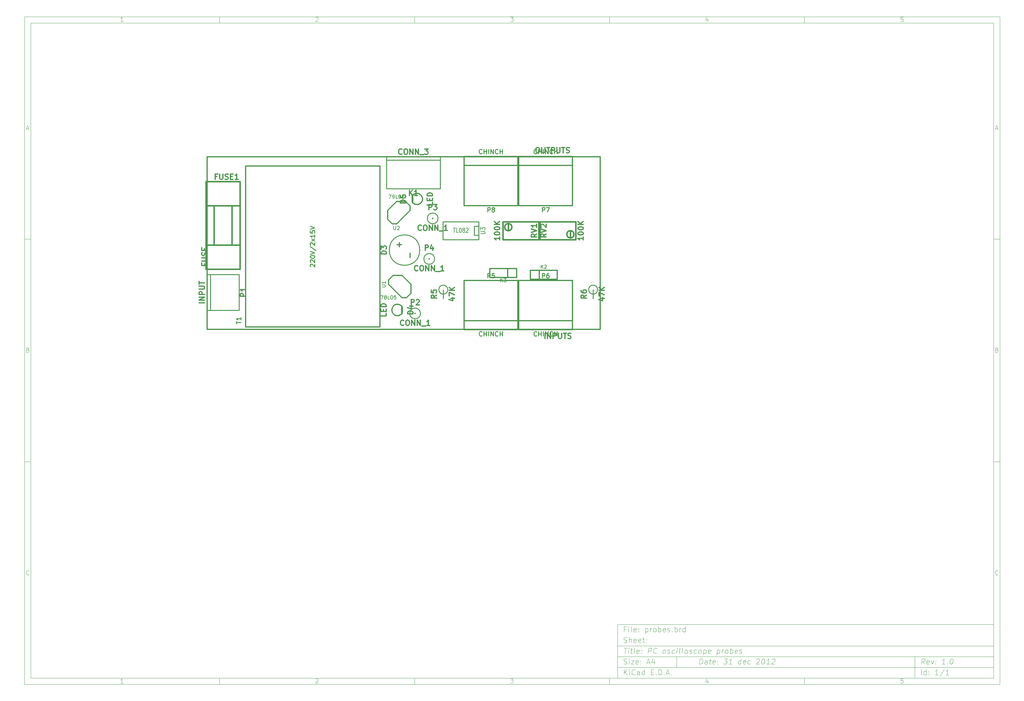
<source format=gto>
G04 (created by PCBNEW (2012-nov-02)-testing) date 31.12.2012 (пн) 11,29,38 EET*
%MOIN*%
G04 Gerber Fmt 3.4, Leading zero omitted, Abs format*
%FSLAX34Y34*%
G01*
G70*
G90*
G04 APERTURE LIST*
%ADD10C,7.87402e-06*%
%ADD11C,0.012*%
%ADD12C,0.015*%
%ADD13C,0.01*%
%ADD14C,0.008*%
G04 APERTURE END LIST*
G54D10*
X4000Y-4000D02*
X112930Y-4000D01*
X112930Y-78680D01*
X4000Y-78680D01*
X4000Y-4000D01*
X4700Y-4700D02*
X112230Y-4700D01*
X112230Y-77980D01*
X4700Y-77980D01*
X4700Y-4700D01*
X25780Y-4000D02*
X25780Y-4700D01*
X15032Y-4552D02*
X14747Y-4552D01*
X14890Y-4552D02*
X14890Y-4052D01*
X14842Y-4123D01*
X14794Y-4171D01*
X14747Y-4195D01*
X25780Y-78680D02*
X25780Y-77980D01*
X15032Y-78532D02*
X14747Y-78532D01*
X14890Y-78532D02*
X14890Y-78032D01*
X14842Y-78103D01*
X14794Y-78151D01*
X14747Y-78175D01*
X47560Y-4000D02*
X47560Y-4700D01*
X36527Y-4100D02*
X36550Y-4076D01*
X36598Y-4052D01*
X36717Y-4052D01*
X36765Y-4076D01*
X36789Y-4100D01*
X36812Y-4147D01*
X36812Y-4195D01*
X36789Y-4266D01*
X36503Y-4552D01*
X36812Y-4552D01*
X47560Y-78680D02*
X47560Y-77980D01*
X36527Y-78080D02*
X36550Y-78056D01*
X36598Y-78032D01*
X36717Y-78032D01*
X36765Y-78056D01*
X36789Y-78080D01*
X36812Y-78127D01*
X36812Y-78175D01*
X36789Y-78246D01*
X36503Y-78532D01*
X36812Y-78532D01*
X69340Y-4000D02*
X69340Y-4700D01*
X58283Y-4052D02*
X58592Y-4052D01*
X58426Y-4242D01*
X58497Y-4242D01*
X58545Y-4266D01*
X58569Y-4290D01*
X58592Y-4338D01*
X58592Y-4457D01*
X58569Y-4504D01*
X58545Y-4528D01*
X58497Y-4552D01*
X58354Y-4552D01*
X58307Y-4528D01*
X58283Y-4504D01*
X69340Y-78680D02*
X69340Y-77980D01*
X58283Y-78032D02*
X58592Y-78032D01*
X58426Y-78222D01*
X58497Y-78222D01*
X58545Y-78246D01*
X58569Y-78270D01*
X58592Y-78318D01*
X58592Y-78437D01*
X58569Y-78484D01*
X58545Y-78508D01*
X58497Y-78532D01*
X58354Y-78532D01*
X58307Y-78508D01*
X58283Y-78484D01*
X91120Y-4000D02*
X91120Y-4700D01*
X80325Y-4219D02*
X80325Y-4552D01*
X80206Y-4028D02*
X80087Y-4385D01*
X80396Y-4385D01*
X91120Y-78680D02*
X91120Y-77980D01*
X80325Y-78199D02*
X80325Y-78532D01*
X80206Y-78008D02*
X80087Y-78365D01*
X80396Y-78365D01*
X102129Y-4052D02*
X101890Y-4052D01*
X101867Y-4290D01*
X101890Y-4266D01*
X101938Y-4242D01*
X102057Y-4242D01*
X102105Y-4266D01*
X102129Y-4290D01*
X102152Y-4338D01*
X102152Y-4457D01*
X102129Y-4504D01*
X102105Y-4528D01*
X102057Y-4552D01*
X101938Y-4552D01*
X101890Y-4528D01*
X101867Y-4504D01*
X102129Y-78032D02*
X101890Y-78032D01*
X101867Y-78270D01*
X101890Y-78246D01*
X101938Y-78222D01*
X102057Y-78222D01*
X102105Y-78246D01*
X102129Y-78270D01*
X102152Y-78318D01*
X102152Y-78437D01*
X102129Y-78484D01*
X102105Y-78508D01*
X102057Y-78532D01*
X101938Y-78532D01*
X101890Y-78508D01*
X101867Y-78484D01*
X4000Y-28890D02*
X4700Y-28890D01*
X4230Y-16509D02*
X4469Y-16509D01*
X4183Y-16652D02*
X4350Y-16152D01*
X4516Y-16652D01*
X112930Y-28890D02*
X112230Y-28890D01*
X112460Y-16509D02*
X112699Y-16509D01*
X112413Y-16652D02*
X112580Y-16152D01*
X112746Y-16652D01*
X4000Y-53780D02*
X4700Y-53780D01*
X4385Y-41280D02*
X4457Y-41304D01*
X4480Y-41328D01*
X4504Y-41375D01*
X4504Y-41447D01*
X4480Y-41494D01*
X4457Y-41518D01*
X4409Y-41542D01*
X4219Y-41542D01*
X4219Y-41042D01*
X4385Y-41042D01*
X4433Y-41066D01*
X4457Y-41090D01*
X4480Y-41137D01*
X4480Y-41185D01*
X4457Y-41232D01*
X4433Y-41256D01*
X4385Y-41280D01*
X4219Y-41280D01*
X112930Y-53780D02*
X112230Y-53780D01*
X112615Y-41280D02*
X112687Y-41304D01*
X112710Y-41328D01*
X112734Y-41375D01*
X112734Y-41447D01*
X112710Y-41494D01*
X112687Y-41518D01*
X112639Y-41542D01*
X112449Y-41542D01*
X112449Y-41042D01*
X112615Y-41042D01*
X112663Y-41066D01*
X112687Y-41090D01*
X112710Y-41137D01*
X112710Y-41185D01*
X112687Y-41232D01*
X112663Y-41256D01*
X112615Y-41280D01*
X112449Y-41280D01*
X4504Y-66384D02*
X4480Y-66408D01*
X4409Y-66432D01*
X4361Y-66432D01*
X4290Y-66408D01*
X4242Y-66360D01*
X4219Y-66313D01*
X4195Y-66218D01*
X4195Y-66146D01*
X4219Y-66051D01*
X4242Y-66003D01*
X4290Y-65956D01*
X4361Y-65932D01*
X4409Y-65932D01*
X4480Y-65956D01*
X4504Y-65980D01*
X112734Y-66384D02*
X112710Y-66408D01*
X112639Y-66432D01*
X112591Y-66432D01*
X112520Y-66408D01*
X112472Y-66360D01*
X112449Y-66313D01*
X112425Y-66218D01*
X112425Y-66146D01*
X112449Y-66051D01*
X112472Y-66003D01*
X112520Y-65956D01*
X112591Y-65932D01*
X112639Y-65932D01*
X112710Y-65956D01*
X112734Y-65980D01*
X79380Y-76422D02*
X79455Y-75822D01*
X79597Y-75822D01*
X79680Y-75851D01*
X79730Y-75908D01*
X79751Y-75965D01*
X79765Y-76080D01*
X79755Y-76165D01*
X79712Y-76280D01*
X79676Y-76337D01*
X79612Y-76394D01*
X79522Y-76422D01*
X79380Y-76422D01*
X80237Y-76422D02*
X80276Y-76108D01*
X80255Y-76051D01*
X80201Y-76022D01*
X80087Y-76022D01*
X80026Y-76051D01*
X80240Y-76394D02*
X80180Y-76422D01*
X80037Y-76422D01*
X79983Y-76394D01*
X79962Y-76337D01*
X79969Y-76280D01*
X80005Y-76222D01*
X80065Y-76194D01*
X80208Y-76194D01*
X80269Y-76165D01*
X80487Y-76022D02*
X80715Y-76022D01*
X80597Y-75822D02*
X80533Y-76337D01*
X80555Y-76394D01*
X80608Y-76422D01*
X80665Y-76422D01*
X81097Y-76394D02*
X81037Y-76422D01*
X80922Y-76422D01*
X80869Y-76394D01*
X80847Y-76337D01*
X80876Y-76108D01*
X80912Y-76051D01*
X80972Y-76022D01*
X81087Y-76022D01*
X81140Y-76051D01*
X81162Y-76108D01*
X81155Y-76165D01*
X80862Y-76222D01*
X81387Y-76365D02*
X81412Y-76394D01*
X81380Y-76422D01*
X81355Y-76394D01*
X81387Y-76365D01*
X81380Y-76422D01*
X81426Y-76051D02*
X81451Y-76080D01*
X81419Y-76108D01*
X81394Y-76080D01*
X81426Y-76051D01*
X81419Y-76108D01*
X82140Y-75822D02*
X82512Y-75822D01*
X82283Y-76051D01*
X82369Y-76051D01*
X82422Y-76080D01*
X82447Y-76108D01*
X82469Y-76165D01*
X82451Y-76308D01*
X82415Y-76365D01*
X82383Y-76394D01*
X82322Y-76422D01*
X82151Y-76422D01*
X82097Y-76394D01*
X82072Y-76365D01*
X83008Y-76422D02*
X82665Y-76422D01*
X82837Y-76422D02*
X82912Y-75822D01*
X82844Y-75908D01*
X82780Y-75965D01*
X82719Y-75994D01*
X83980Y-76422D02*
X84055Y-75822D01*
X83983Y-76394D02*
X83922Y-76422D01*
X83808Y-76422D01*
X83755Y-76394D01*
X83730Y-76365D01*
X83708Y-76308D01*
X83730Y-76137D01*
X83765Y-76080D01*
X83797Y-76051D01*
X83858Y-76022D01*
X83972Y-76022D01*
X84026Y-76051D01*
X84497Y-76394D02*
X84437Y-76422D01*
X84322Y-76422D01*
X84269Y-76394D01*
X84247Y-76337D01*
X84276Y-76108D01*
X84312Y-76051D01*
X84372Y-76022D01*
X84487Y-76022D01*
X84540Y-76051D01*
X84562Y-76108D01*
X84555Y-76165D01*
X84262Y-76222D01*
X85040Y-76394D02*
X84980Y-76422D01*
X84865Y-76422D01*
X84812Y-76394D01*
X84787Y-76365D01*
X84765Y-76308D01*
X84787Y-76137D01*
X84822Y-76080D01*
X84855Y-76051D01*
X84915Y-76022D01*
X85030Y-76022D01*
X85083Y-76051D01*
X85790Y-75880D02*
X85822Y-75851D01*
X85883Y-75822D01*
X86026Y-75822D01*
X86080Y-75851D01*
X86105Y-75880D01*
X86126Y-75937D01*
X86119Y-75994D01*
X86080Y-76080D01*
X85694Y-76422D01*
X86065Y-76422D01*
X86512Y-75822D02*
X86569Y-75822D01*
X86622Y-75851D01*
X86647Y-75880D01*
X86669Y-75937D01*
X86683Y-76051D01*
X86665Y-76194D01*
X86622Y-76308D01*
X86587Y-76365D01*
X86555Y-76394D01*
X86494Y-76422D01*
X86437Y-76422D01*
X86383Y-76394D01*
X86358Y-76365D01*
X86337Y-76308D01*
X86322Y-76194D01*
X86340Y-76051D01*
X86383Y-75937D01*
X86419Y-75880D01*
X86451Y-75851D01*
X86512Y-75822D01*
X87208Y-76422D02*
X86865Y-76422D01*
X87037Y-76422D02*
X87112Y-75822D01*
X87044Y-75908D01*
X86980Y-75965D01*
X86919Y-75994D01*
X87505Y-75880D02*
X87537Y-75851D01*
X87597Y-75822D01*
X87740Y-75822D01*
X87794Y-75851D01*
X87819Y-75880D01*
X87840Y-75937D01*
X87833Y-75994D01*
X87794Y-76080D01*
X87408Y-76422D01*
X87780Y-76422D01*
X70972Y-77622D02*
X70972Y-77022D01*
X71315Y-77622D02*
X71058Y-77280D01*
X71315Y-77022D02*
X70972Y-77365D01*
X71572Y-77622D02*
X71572Y-77222D01*
X71572Y-77022D02*
X71544Y-77051D01*
X71572Y-77080D01*
X71601Y-77051D01*
X71572Y-77022D01*
X71572Y-77080D01*
X72201Y-77565D02*
X72172Y-77594D01*
X72087Y-77622D01*
X72030Y-77622D01*
X71944Y-77594D01*
X71887Y-77537D01*
X71858Y-77480D01*
X71830Y-77365D01*
X71830Y-77280D01*
X71858Y-77165D01*
X71887Y-77108D01*
X71944Y-77051D01*
X72030Y-77022D01*
X72087Y-77022D01*
X72172Y-77051D01*
X72201Y-77080D01*
X72715Y-77622D02*
X72715Y-77308D01*
X72687Y-77251D01*
X72630Y-77222D01*
X72515Y-77222D01*
X72458Y-77251D01*
X72715Y-77594D02*
X72658Y-77622D01*
X72515Y-77622D01*
X72458Y-77594D01*
X72430Y-77537D01*
X72430Y-77480D01*
X72458Y-77422D01*
X72515Y-77394D01*
X72658Y-77394D01*
X72715Y-77365D01*
X73258Y-77622D02*
X73258Y-77022D01*
X73258Y-77594D02*
X73201Y-77622D01*
X73087Y-77622D01*
X73030Y-77594D01*
X73001Y-77565D01*
X72972Y-77508D01*
X72972Y-77337D01*
X73001Y-77280D01*
X73030Y-77251D01*
X73087Y-77222D01*
X73201Y-77222D01*
X73258Y-77251D01*
X74001Y-77308D02*
X74201Y-77308D01*
X74287Y-77622D02*
X74001Y-77622D01*
X74001Y-77022D01*
X74287Y-77022D01*
X74544Y-77565D02*
X74572Y-77594D01*
X74544Y-77622D01*
X74515Y-77594D01*
X74544Y-77565D01*
X74544Y-77622D01*
X74829Y-77622D02*
X74829Y-77022D01*
X74972Y-77022D01*
X75058Y-77051D01*
X75115Y-77108D01*
X75144Y-77165D01*
X75172Y-77280D01*
X75172Y-77365D01*
X75144Y-77480D01*
X75115Y-77537D01*
X75058Y-77594D01*
X74972Y-77622D01*
X74829Y-77622D01*
X75429Y-77565D02*
X75458Y-77594D01*
X75429Y-77622D01*
X75401Y-77594D01*
X75429Y-77565D01*
X75429Y-77622D01*
X75687Y-77451D02*
X75972Y-77451D01*
X75629Y-77622D02*
X75829Y-77022D01*
X76029Y-77622D01*
X76229Y-77565D02*
X76258Y-77594D01*
X76229Y-77622D01*
X76201Y-77594D01*
X76229Y-77565D01*
X76229Y-77622D01*
X104522Y-76422D02*
X104358Y-76137D01*
X104180Y-76422D02*
X104255Y-75822D01*
X104483Y-75822D01*
X104537Y-75851D01*
X104562Y-75880D01*
X104583Y-75937D01*
X104572Y-76022D01*
X104537Y-76080D01*
X104505Y-76108D01*
X104444Y-76137D01*
X104215Y-76137D01*
X105012Y-76394D02*
X104951Y-76422D01*
X104837Y-76422D01*
X104783Y-76394D01*
X104762Y-76337D01*
X104790Y-76108D01*
X104826Y-76051D01*
X104887Y-76022D01*
X105001Y-76022D01*
X105055Y-76051D01*
X105076Y-76108D01*
X105069Y-76165D01*
X104776Y-76222D01*
X105287Y-76022D02*
X105380Y-76422D01*
X105572Y-76022D01*
X105758Y-76365D02*
X105783Y-76394D01*
X105751Y-76422D01*
X105726Y-76394D01*
X105758Y-76365D01*
X105751Y-76422D01*
X105797Y-76051D02*
X105822Y-76080D01*
X105790Y-76108D01*
X105765Y-76080D01*
X105797Y-76051D01*
X105790Y-76108D01*
X106808Y-76422D02*
X106465Y-76422D01*
X106637Y-76422D02*
X106712Y-75822D01*
X106644Y-75908D01*
X106580Y-75965D01*
X106519Y-75994D01*
X107072Y-76365D02*
X107097Y-76394D01*
X107065Y-76422D01*
X107040Y-76394D01*
X107072Y-76365D01*
X107065Y-76422D01*
X107540Y-75822D02*
X107597Y-75822D01*
X107651Y-75851D01*
X107676Y-75880D01*
X107697Y-75937D01*
X107712Y-76051D01*
X107694Y-76194D01*
X107651Y-76308D01*
X107615Y-76365D01*
X107583Y-76394D01*
X107522Y-76422D01*
X107465Y-76422D01*
X107412Y-76394D01*
X107387Y-76365D01*
X107365Y-76308D01*
X107351Y-76194D01*
X107369Y-76051D01*
X107412Y-75937D01*
X107447Y-75880D01*
X107480Y-75851D01*
X107540Y-75822D01*
X70944Y-76394D02*
X71030Y-76422D01*
X71172Y-76422D01*
X71230Y-76394D01*
X71258Y-76365D01*
X71287Y-76308D01*
X71287Y-76251D01*
X71258Y-76194D01*
X71230Y-76165D01*
X71172Y-76137D01*
X71058Y-76108D01*
X71001Y-76080D01*
X70972Y-76051D01*
X70944Y-75994D01*
X70944Y-75937D01*
X70972Y-75880D01*
X71001Y-75851D01*
X71058Y-75822D01*
X71201Y-75822D01*
X71287Y-75851D01*
X71544Y-76422D02*
X71544Y-76022D01*
X71544Y-75822D02*
X71515Y-75851D01*
X71544Y-75880D01*
X71572Y-75851D01*
X71544Y-75822D01*
X71544Y-75880D01*
X71772Y-76022D02*
X72087Y-76022D01*
X71772Y-76422D01*
X72087Y-76422D01*
X72544Y-76394D02*
X72487Y-76422D01*
X72372Y-76422D01*
X72315Y-76394D01*
X72287Y-76337D01*
X72287Y-76108D01*
X72315Y-76051D01*
X72372Y-76022D01*
X72487Y-76022D01*
X72544Y-76051D01*
X72572Y-76108D01*
X72572Y-76165D01*
X72287Y-76222D01*
X72830Y-76365D02*
X72858Y-76394D01*
X72830Y-76422D01*
X72801Y-76394D01*
X72830Y-76365D01*
X72830Y-76422D01*
X72830Y-76051D02*
X72858Y-76080D01*
X72830Y-76108D01*
X72801Y-76080D01*
X72830Y-76051D01*
X72830Y-76108D01*
X73544Y-76251D02*
X73830Y-76251D01*
X73487Y-76422D02*
X73687Y-75822D01*
X73887Y-76422D01*
X74344Y-76022D02*
X74344Y-76422D01*
X74201Y-75794D02*
X74058Y-76222D01*
X74430Y-76222D01*
X104172Y-77622D02*
X104172Y-77022D01*
X104715Y-77622D02*
X104715Y-77022D01*
X104715Y-77594D02*
X104658Y-77622D01*
X104544Y-77622D01*
X104487Y-77594D01*
X104458Y-77565D01*
X104430Y-77508D01*
X104430Y-77337D01*
X104458Y-77280D01*
X104487Y-77251D01*
X104544Y-77222D01*
X104658Y-77222D01*
X104715Y-77251D01*
X105001Y-77565D02*
X105030Y-77594D01*
X105001Y-77622D01*
X104972Y-77594D01*
X105001Y-77565D01*
X105001Y-77622D01*
X105001Y-77251D02*
X105030Y-77280D01*
X105001Y-77308D01*
X104972Y-77280D01*
X105001Y-77251D01*
X105001Y-77308D01*
X106058Y-77622D02*
X105715Y-77622D01*
X105887Y-77622D02*
X105887Y-77022D01*
X105829Y-77108D01*
X105772Y-77165D01*
X105715Y-77194D01*
X106744Y-76994D02*
X106230Y-77765D01*
X107258Y-77622D02*
X106915Y-77622D01*
X107087Y-77622D02*
X107087Y-77022D01*
X107029Y-77108D01*
X106972Y-77165D01*
X106915Y-77194D01*
X70969Y-74622D02*
X71312Y-74622D01*
X71065Y-75222D02*
X71140Y-74622D01*
X71437Y-75222D02*
X71487Y-74822D01*
X71512Y-74622D02*
X71480Y-74651D01*
X71505Y-74680D01*
X71537Y-74651D01*
X71512Y-74622D01*
X71505Y-74680D01*
X71687Y-74822D02*
X71915Y-74822D01*
X71797Y-74622D02*
X71733Y-75137D01*
X71755Y-75194D01*
X71808Y-75222D01*
X71865Y-75222D01*
X72151Y-75222D02*
X72097Y-75194D01*
X72076Y-75137D01*
X72140Y-74622D01*
X72612Y-75194D02*
X72551Y-75222D01*
X72437Y-75222D01*
X72383Y-75194D01*
X72362Y-75137D01*
X72390Y-74908D01*
X72426Y-74851D01*
X72487Y-74822D01*
X72601Y-74822D01*
X72655Y-74851D01*
X72676Y-74908D01*
X72669Y-74965D01*
X72376Y-75022D01*
X72901Y-75165D02*
X72926Y-75194D01*
X72894Y-75222D01*
X72869Y-75194D01*
X72901Y-75165D01*
X72894Y-75222D01*
X72940Y-74851D02*
X72965Y-74880D01*
X72933Y-74908D01*
X72908Y-74880D01*
X72940Y-74851D01*
X72933Y-74908D01*
X73637Y-75222D02*
X73712Y-74622D01*
X73940Y-74622D01*
X73994Y-74651D01*
X74019Y-74680D01*
X74040Y-74737D01*
X74030Y-74822D01*
X73994Y-74880D01*
X73962Y-74908D01*
X73901Y-74937D01*
X73672Y-74937D01*
X74587Y-75165D02*
X74555Y-75194D01*
X74465Y-75222D01*
X74408Y-75222D01*
X74326Y-75194D01*
X74276Y-75137D01*
X74255Y-75080D01*
X74240Y-74965D01*
X74251Y-74880D01*
X74294Y-74765D01*
X74330Y-74708D01*
X74394Y-74651D01*
X74483Y-74622D01*
X74540Y-74622D01*
X74622Y-74651D01*
X74647Y-74680D01*
X75380Y-75222D02*
X75326Y-75194D01*
X75301Y-75165D01*
X75280Y-75108D01*
X75301Y-74937D01*
X75337Y-74880D01*
X75369Y-74851D01*
X75430Y-74822D01*
X75515Y-74822D01*
X75569Y-74851D01*
X75594Y-74880D01*
X75615Y-74937D01*
X75594Y-75108D01*
X75558Y-75165D01*
X75526Y-75194D01*
X75465Y-75222D01*
X75380Y-75222D01*
X75812Y-75194D02*
X75865Y-75222D01*
X75980Y-75222D01*
X76040Y-75194D01*
X76076Y-75137D01*
X76080Y-75108D01*
X76058Y-75051D01*
X76005Y-75022D01*
X75919Y-75022D01*
X75865Y-74994D01*
X75844Y-74937D01*
X75847Y-74908D01*
X75883Y-74851D01*
X75944Y-74822D01*
X76030Y-74822D01*
X76083Y-74851D01*
X76583Y-75194D02*
X76522Y-75222D01*
X76408Y-75222D01*
X76355Y-75194D01*
X76330Y-75165D01*
X76308Y-75108D01*
X76330Y-74937D01*
X76365Y-74880D01*
X76397Y-74851D01*
X76458Y-74822D01*
X76572Y-74822D01*
X76626Y-74851D01*
X76837Y-75222D02*
X76887Y-74822D01*
X76912Y-74622D02*
X76880Y-74651D01*
X76905Y-74680D01*
X76937Y-74651D01*
X76912Y-74622D01*
X76905Y-74680D01*
X77208Y-75222D02*
X77155Y-75194D01*
X77133Y-75137D01*
X77197Y-74622D01*
X77522Y-75222D02*
X77469Y-75194D01*
X77447Y-75137D01*
X77512Y-74622D01*
X77837Y-75222D02*
X77783Y-75194D01*
X77758Y-75165D01*
X77737Y-75108D01*
X77758Y-74937D01*
X77794Y-74880D01*
X77826Y-74851D01*
X77887Y-74822D01*
X77972Y-74822D01*
X78026Y-74851D01*
X78051Y-74880D01*
X78072Y-74937D01*
X78051Y-75108D01*
X78015Y-75165D01*
X77983Y-75194D01*
X77922Y-75222D01*
X77837Y-75222D01*
X78269Y-75194D02*
X78322Y-75222D01*
X78437Y-75222D01*
X78497Y-75194D01*
X78533Y-75137D01*
X78537Y-75108D01*
X78515Y-75051D01*
X78462Y-75022D01*
X78376Y-75022D01*
X78322Y-74994D01*
X78301Y-74937D01*
X78305Y-74908D01*
X78340Y-74851D01*
X78401Y-74822D01*
X78487Y-74822D01*
X78540Y-74851D01*
X79040Y-75194D02*
X78980Y-75222D01*
X78865Y-75222D01*
X78812Y-75194D01*
X78787Y-75165D01*
X78765Y-75108D01*
X78787Y-74937D01*
X78822Y-74880D01*
X78855Y-74851D01*
X78915Y-74822D01*
X79030Y-74822D01*
X79083Y-74851D01*
X79380Y-75222D02*
X79326Y-75194D01*
X79301Y-75165D01*
X79280Y-75108D01*
X79301Y-74937D01*
X79337Y-74880D01*
X79369Y-74851D01*
X79430Y-74822D01*
X79515Y-74822D01*
X79569Y-74851D01*
X79594Y-74880D01*
X79615Y-74937D01*
X79594Y-75108D01*
X79558Y-75165D01*
X79526Y-75194D01*
X79465Y-75222D01*
X79380Y-75222D01*
X79887Y-74822D02*
X79812Y-75422D01*
X79883Y-74851D02*
X79944Y-74822D01*
X80058Y-74822D01*
X80112Y-74851D01*
X80137Y-74880D01*
X80158Y-74937D01*
X80137Y-75108D01*
X80101Y-75165D01*
X80069Y-75194D01*
X80008Y-75222D01*
X79894Y-75222D01*
X79840Y-75194D01*
X80612Y-75194D02*
X80551Y-75222D01*
X80437Y-75222D01*
X80383Y-75194D01*
X80362Y-75137D01*
X80390Y-74908D01*
X80426Y-74851D01*
X80487Y-74822D01*
X80601Y-74822D01*
X80655Y-74851D01*
X80676Y-74908D01*
X80669Y-74965D01*
X80376Y-75022D01*
X81401Y-74822D02*
X81326Y-75422D01*
X81397Y-74851D02*
X81458Y-74822D01*
X81572Y-74822D01*
X81626Y-74851D01*
X81651Y-74880D01*
X81672Y-74937D01*
X81651Y-75108D01*
X81615Y-75165D01*
X81583Y-75194D01*
X81522Y-75222D01*
X81408Y-75222D01*
X81355Y-75194D01*
X81894Y-75222D02*
X81944Y-74822D01*
X81930Y-74937D02*
X81965Y-74880D01*
X81997Y-74851D01*
X82058Y-74822D01*
X82115Y-74822D01*
X82351Y-75222D02*
X82297Y-75194D01*
X82272Y-75165D01*
X82251Y-75108D01*
X82272Y-74937D01*
X82308Y-74880D01*
X82340Y-74851D01*
X82401Y-74822D01*
X82487Y-74822D01*
X82540Y-74851D01*
X82565Y-74880D01*
X82587Y-74937D01*
X82565Y-75108D01*
X82530Y-75165D01*
X82497Y-75194D01*
X82437Y-75222D01*
X82351Y-75222D01*
X82808Y-75222D02*
X82883Y-74622D01*
X82855Y-74851D02*
X82915Y-74822D01*
X83030Y-74822D01*
X83083Y-74851D01*
X83108Y-74880D01*
X83130Y-74937D01*
X83108Y-75108D01*
X83072Y-75165D01*
X83040Y-75194D01*
X82980Y-75222D01*
X82865Y-75222D01*
X82812Y-75194D01*
X83583Y-75194D02*
X83522Y-75222D01*
X83408Y-75222D01*
X83355Y-75194D01*
X83333Y-75137D01*
X83362Y-74908D01*
X83397Y-74851D01*
X83458Y-74822D01*
X83572Y-74822D01*
X83626Y-74851D01*
X83647Y-74908D01*
X83640Y-74965D01*
X83347Y-75022D01*
X83840Y-75194D02*
X83894Y-75222D01*
X84008Y-75222D01*
X84069Y-75194D01*
X84105Y-75137D01*
X84108Y-75108D01*
X84087Y-75051D01*
X84033Y-75022D01*
X83947Y-75022D01*
X83894Y-74994D01*
X83872Y-74937D01*
X83876Y-74908D01*
X83912Y-74851D01*
X83972Y-74822D01*
X84058Y-74822D01*
X84112Y-74851D01*
X71172Y-72508D02*
X70972Y-72508D01*
X70972Y-72822D02*
X70972Y-72222D01*
X71258Y-72222D01*
X71487Y-72822D02*
X71487Y-72422D01*
X71487Y-72222D02*
X71458Y-72251D01*
X71487Y-72280D01*
X71515Y-72251D01*
X71487Y-72222D01*
X71487Y-72280D01*
X71858Y-72822D02*
X71801Y-72794D01*
X71772Y-72737D01*
X71772Y-72222D01*
X72315Y-72794D02*
X72258Y-72822D01*
X72144Y-72822D01*
X72087Y-72794D01*
X72058Y-72737D01*
X72058Y-72508D01*
X72087Y-72451D01*
X72144Y-72422D01*
X72258Y-72422D01*
X72315Y-72451D01*
X72344Y-72508D01*
X72344Y-72565D01*
X72058Y-72622D01*
X72601Y-72765D02*
X72630Y-72794D01*
X72601Y-72822D01*
X72572Y-72794D01*
X72601Y-72765D01*
X72601Y-72822D01*
X72601Y-72451D02*
X72630Y-72480D01*
X72601Y-72508D01*
X72572Y-72480D01*
X72601Y-72451D01*
X72601Y-72508D01*
X73344Y-72422D02*
X73344Y-73022D01*
X73344Y-72451D02*
X73401Y-72422D01*
X73515Y-72422D01*
X73572Y-72451D01*
X73601Y-72480D01*
X73630Y-72537D01*
X73630Y-72708D01*
X73601Y-72765D01*
X73572Y-72794D01*
X73515Y-72822D01*
X73401Y-72822D01*
X73344Y-72794D01*
X73887Y-72822D02*
X73887Y-72422D01*
X73887Y-72537D02*
X73915Y-72480D01*
X73944Y-72451D01*
X74001Y-72422D01*
X74058Y-72422D01*
X74344Y-72822D02*
X74287Y-72794D01*
X74258Y-72765D01*
X74230Y-72708D01*
X74230Y-72537D01*
X74258Y-72480D01*
X74287Y-72451D01*
X74344Y-72422D01*
X74430Y-72422D01*
X74487Y-72451D01*
X74515Y-72480D01*
X74544Y-72537D01*
X74544Y-72708D01*
X74515Y-72765D01*
X74487Y-72794D01*
X74430Y-72822D01*
X74344Y-72822D01*
X74801Y-72822D02*
X74801Y-72222D01*
X74801Y-72451D02*
X74858Y-72422D01*
X74972Y-72422D01*
X75030Y-72451D01*
X75058Y-72480D01*
X75087Y-72537D01*
X75087Y-72708D01*
X75058Y-72765D01*
X75030Y-72794D01*
X74972Y-72822D01*
X74858Y-72822D01*
X74801Y-72794D01*
X75572Y-72794D02*
X75515Y-72822D01*
X75401Y-72822D01*
X75344Y-72794D01*
X75315Y-72737D01*
X75315Y-72508D01*
X75344Y-72451D01*
X75401Y-72422D01*
X75515Y-72422D01*
X75572Y-72451D01*
X75601Y-72508D01*
X75601Y-72565D01*
X75315Y-72622D01*
X75830Y-72794D02*
X75887Y-72822D01*
X76001Y-72822D01*
X76058Y-72794D01*
X76087Y-72737D01*
X76087Y-72708D01*
X76058Y-72651D01*
X76001Y-72622D01*
X75915Y-72622D01*
X75858Y-72594D01*
X75830Y-72537D01*
X75830Y-72508D01*
X75858Y-72451D01*
X75915Y-72422D01*
X76001Y-72422D01*
X76058Y-72451D01*
X76344Y-72765D02*
X76372Y-72794D01*
X76344Y-72822D01*
X76315Y-72794D01*
X76344Y-72765D01*
X76344Y-72822D01*
X76630Y-72822D02*
X76630Y-72222D01*
X76630Y-72451D02*
X76687Y-72422D01*
X76801Y-72422D01*
X76858Y-72451D01*
X76887Y-72480D01*
X76915Y-72537D01*
X76915Y-72708D01*
X76887Y-72765D01*
X76858Y-72794D01*
X76801Y-72822D01*
X76687Y-72822D01*
X76630Y-72794D01*
X77172Y-72822D02*
X77172Y-72422D01*
X77172Y-72537D02*
X77201Y-72480D01*
X77230Y-72451D01*
X77287Y-72422D01*
X77344Y-72422D01*
X77801Y-72822D02*
X77801Y-72222D01*
X77801Y-72794D02*
X77744Y-72822D01*
X77630Y-72822D01*
X77572Y-72794D01*
X77544Y-72765D01*
X77515Y-72708D01*
X77515Y-72537D01*
X77544Y-72480D01*
X77572Y-72451D01*
X77630Y-72422D01*
X77744Y-72422D01*
X77801Y-72451D01*
X70944Y-73994D02*
X71030Y-74022D01*
X71172Y-74022D01*
X71230Y-73994D01*
X71258Y-73965D01*
X71287Y-73908D01*
X71287Y-73851D01*
X71258Y-73794D01*
X71230Y-73765D01*
X71172Y-73737D01*
X71058Y-73708D01*
X71001Y-73680D01*
X70972Y-73651D01*
X70944Y-73594D01*
X70944Y-73537D01*
X70972Y-73480D01*
X71001Y-73451D01*
X71058Y-73422D01*
X71201Y-73422D01*
X71287Y-73451D01*
X71544Y-74022D02*
X71544Y-73422D01*
X71801Y-74022D02*
X71801Y-73708D01*
X71772Y-73651D01*
X71715Y-73622D01*
X71630Y-73622D01*
X71572Y-73651D01*
X71544Y-73680D01*
X72315Y-73994D02*
X72258Y-74022D01*
X72144Y-74022D01*
X72087Y-73994D01*
X72058Y-73937D01*
X72058Y-73708D01*
X72087Y-73651D01*
X72144Y-73622D01*
X72258Y-73622D01*
X72315Y-73651D01*
X72344Y-73708D01*
X72344Y-73765D01*
X72058Y-73822D01*
X72830Y-73994D02*
X72772Y-74022D01*
X72658Y-74022D01*
X72601Y-73994D01*
X72572Y-73937D01*
X72572Y-73708D01*
X72601Y-73651D01*
X72658Y-73622D01*
X72772Y-73622D01*
X72830Y-73651D01*
X72858Y-73708D01*
X72858Y-73765D01*
X72572Y-73822D01*
X73030Y-73622D02*
X73258Y-73622D01*
X73115Y-73422D02*
X73115Y-73937D01*
X73144Y-73994D01*
X73201Y-74022D01*
X73258Y-74022D01*
X73458Y-73965D02*
X73487Y-73994D01*
X73458Y-74022D01*
X73430Y-73994D01*
X73458Y-73965D01*
X73458Y-74022D01*
X73458Y-73651D02*
X73487Y-73680D01*
X73458Y-73708D01*
X73430Y-73680D01*
X73458Y-73651D01*
X73458Y-73708D01*
X70230Y-71980D02*
X70230Y-77980D01*
X70230Y-71980D02*
X112230Y-71980D01*
X70230Y-71980D02*
X112230Y-71980D01*
X70230Y-74380D02*
X112230Y-74380D01*
X103430Y-75580D02*
X103430Y-77980D01*
X70230Y-76780D02*
X112230Y-76780D01*
X70230Y-75580D02*
X112230Y-75580D01*
X76830Y-75580D02*
X76830Y-76780D01*
G54D11*
X68307Y-19685D02*
X68307Y-38976D01*
X24409Y-19685D02*
X68307Y-19685D01*
X24409Y-20078D02*
X24409Y-19685D01*
X24409Y-20669D02*
X24409Y-20078D01*
X24409Y-38976D02*
X24409Y-20669D01*
X68307Y-38976D02*
X24409Y-38976D01*
X61271Y-18642D02*
X61385Y-18642D01*
X61442Y-18671D01*
X61500Y-18728D01*
X61528Y-18842D01*
X61528Y-19042D01*
X61500Y-19157D01*
X61442Y-19214D01*
X61385Y-19242D01*
X61271Y-19242D01*
X61214Y-19214D01*
X61157Y-19157D01*
X61128Y-19042D01*
X61128Y-18842D01*
X61157Y-18728D01*
X61214Y-18671D01*
X61271Y-18642D01*
X61785Y-18642D02*
X61785Y-19128D01*
X61814Y-19185D01*
X61842Y-19214D01*
X61900Y-19242D01*
X62014Y-19242D01*
X62071Y-19214D01*
X62100Y-19185D01*
X62128Y-19128D01*
X62128Y-18642D01*
X62328Y-18642D02*
X62671Y-18642D01*
X62499Y-19242D02*
X62499Y-18642D01*
X62871Y-19242D02*
X62871Y-18642D01*
X63100Y-18642D01*
X63157Y-18671D01*
X63185Y-18700D01*
X63214Y-18757D01*
X63214Y-18842D01*
X63185Y-18900D01*
X63157Y-18928D01*
X63100Y-18957D01*
X62871Y-18957D01*
X63471Y-18642D02*
X63471Y-19128D01*
X63500Y-19185D01*
X63528Y-19214D01*
X63585Y-19242D01*
X63700Y-19242D01*
X63757Y-19214D01*
X63785Y-19185D01*
X63814Y-19128D01*
X63814Y-18642D01*
X64014Y-18642D02*
X64357Y-18642D01*
X64185Y-19242D02*
X64185Y-18642D01*
X64528Y-19214D02*
X64614Y-19242D01*
X64757Y-19242D01*
X64814Y-19214D01*
X64842Y-19185D01*
X64871Y-19128D01*
X64871Y-19071D01*
X64842Y-19014D01*
X64814Y-18985D01*
X64757Y-18957D01*
X64642Y-18928D01*
X64585Y-18900D01*
X64557Y-18871D01*
X64528Y-18814D01*
X64528Y-18757D01*
X64557Y-18700D01*
X64585Y-18671D01*
X64642Y-18642D01*
X64785Y-18642D01*
X64871Y-18671D01*
X62139Y-40006D02*
X62139Y-39406D01*
X62425Y-40006D02*
X62425Y-39406D01*
X62768Y-40006D01*
X62768Y-39406D01*
X63054Y-40006D02*
X63054Y-39406D01*
X63282Y-39406D01*
X63339Y-39435D01*
X63368Y-39463D01*
X63396Y-39520D01*
X63396Y-39606D01*
X63368Y-39663D01*
X63339Y-39692D01*
X63282Y-39720D01*
X63054Y-39720D01*
X63654Y-39406D02*
X63654Y-39892D01*
X63682Y-39949D01*
X63711Y-39978D01*
X63768Y-40006D01*
X63882Y-40006D01*
X63939Y-39978D01*
X63968Y-39949D01*
X63996Y-39892D01*
X63996Y-39406D01*
X64196Y-39406D02*
X64539Y-39406D01*
X64368Y-40006D02*
X64368Y-39406D01*
X64711Y-39978D02*
X64796Y-40006D01*
X64939Y-40006D01*
X64996Y-39978D01*
X65025Y-39949D01*
X65054Y-39892D01*
X65054Y-39835D01*
X65025Y-39778D01*
X64996Y-39749D01*
X64939Y-39720D01*
X64825Y-39692D01*
X64768Y-39663D01*
X64739Y-39635D01*
X64711Y-39578D01*
X64711Y-39520D01*
X64739Y-39463D01*
X64768Y-39435D01*
X64825Y-39406D01*
X64968Y-39406D01*
X65054Y-39435D01*
G54D12*
X65582Y-28952D02*
X61582Y-28952D01*
X61582Y-28952D02*
X61582Y-26952D01*
X61582Y-26952D02*
X65582Y-26952D01*
X64982Y-27952D02*
X64982Y-28752D01*
X65382Y-28352D02*
G75*
G03X65382Y-28352I-400J0D01*
G74*
G01*
X65582Y-28952D02*
X65582Y-26952D01*
X57448Y-26952D02*
X61448Y-26952D01*
X61448Y-26952D02*
X61448Y-28952D01*
X61448Y-28952D02*
X57448Y-28952D01*
X58048Y-27952D02*
X58048Y-27152D01*
X58448Y-27552D02*
G75*
G03X58448Y-27552I-400J0D01*
G74*
G01*
X57448Y-26952D02*
X57448Y-28952D01*
G54D11*
X43720Y-29724D02*
X43720Y-20724D01*
X43720Y-20724D02*
X28720Y-20724D01*
X28720Y-20724D02*
X28720Y-38724D01*
X28720Y-38724D02*
X43720Y-38724D01*
X43720Y-38724D02*
X43720Y-29724D01*
X45562Y-27181D02*
X47062Y-25681D01*
X47062Y-25681D02*
X47062Y-25181D01*
X47062Y-25181D02*
X46562Y-24681D01*
X46562Y-24681D02*
X45562Y-24681D01*
X45562Y-24681D02*
X44562Y-25681D01*
X44562Y-25681D02*
X44562Y-26681D01*
X44562Y-26681D02*
X45062Y-27181D01*
X45062Y-27181D02*
X45562Y-27181D01*
X44669Y-33948D02*
X46169Y-35448D01*
X46169Y-35448D02*
X46669Y-35448D01*
X46669Y-35448D02*
X47169Y-34948D01*
X47169Y-34948D02*
X47169Y-33948D01*
X47169Y-33948D02*
X46169Y-32948D01*
X46169Y-32948D02*
X45169Y-32948D01*
X45169Y-32948D02*
X44669Y-33448D01*
X44669Y-33448D02*
X44669Y-33948D01*
G54D13*
X49262Y-31102D02*
G75*
G03X49262Y-31102I-50J0D01*
G74*
G01*
X49812Y-31102D02*
G75*
G03X49812Y-31102I-600J0D01*
G74*
G01*
X49656Y-26574D02*
G75*
G03X49656Y-26574I-50J0D01*
G74*
G01*
X50206Y-26574D02*
G75*
G03X50206Y-26574I-600J0D01*
G74*
G01*
X47687Y-37204D02*
G75*
G03X47687Y-37204I-50J0D01*
G74*
G01*
X48237Y-37204D02*
G75*
G03X48237Y-37204I-600J0D01*
G74*
G01*
G54D11*
X59204Y-39023D02*
X65204Y-39023D01*
X59204Y-33523D02*
X65204Y-33523D01*
X59204Y-38023D02*
X65204Y-38023D01*
X59204Y-33523D02*
X59204Y-39023D01*
X65204Y-33523D02*
X65204Y-39023D01*
X53102Y-39023D02*
X59102Y-39023D01*
X53102Y-33523D02*
X59102Y-33523D01*
X53102Y-38023D02*
X59102Y-38023D01*
X53102Y-33523D02*
X53102Y-39023D01*
X59102Y-33523D02*
X59102Y-39023D01*
X65204Y-19637D02*
X59204Y-19637D01*
X65204Y-25137D02*
X59204Y-25137D01*
X65204Y-20637D02*
X59204Y-20637D01*
X65204Y-25137D02*
X65204Y-19637D01*
X59204Y-25137D02*
X59204Y-19637D01*
X59102Y-19637D02*
X53102Y-19637D01*
X59102Y-25137D02*
X53102Y-25137D01*
X59102Y-20637D02*
X53102Y-20637D01*
X59102Y-25137D02*
X59102Y-19637D01*
X53102Y-25137D02*
X53102Y-19637D01*
G54D13*
X50787Y-34539D02*
X50787Y-35539D01*
X51287Y-34539D02*
G75*
G03X51287Y-34539I-500J0D01*
G74*
G01*
X67519Y-34539D02*
X67519Y-35539D01*
X68019Y-34539D02*
G75*
G03X68019Y-34539I-500J0D01*
G74*
G01*
G54D11*
X57980Y-32177D02*
X57980Y-33177D01*
X58980Y-33177D02*
X55980Y-33177D01*
X55980Y-33177D02*
X55980Y-32177D01*
X55980Y-32177D02*
X58980Y-32177D01*
X58980Y-32177D02*
X58980Y-33177D01*
X61507Y-33374D02*
X61507Y-32374D01*
X60507Y-32374D02*
X63507Y-32374D01*
X63507Y-32374D02*
X63507Y-33374D01*
X63507Y-33374D02*
X60507Y-33374D01*
X60507Y-33374D02*
X60507Y-32374D01*
G54D13*
X50440Y-19656D02*
X50440Y-20056D01*
X50440Y-20056D02*
X44440Y-20056D01*
X44440Y-20056D02*
X44440Y-19656D01*
X44440Y-19656D02*
X50440Y-19656D01*
X50440Y-23256D02*
X50440Y-22956D01*
X50440Y-23256D02*
X44440Y-23256D01*
X44440Y-23256D02*
X44440Y-22956D01*
X50440Y-19956D02*
X50440Y-22956D01*
X44440Y-19956D02*
X44440Y-22956D01*
X27681Y-36842D02*
X27981Y-36842D01*
X27981Y-36842D02*
X27981Y-32842D01*
X27981Y-32842D02*
X27681Y-32842D01*
X24381Y-36842D02*
X24381Y-32842D01*
X24381Y-32842D02*
X24781Y-32842D01*
X24781Y-32842D02*
X24781Y-36842D01*
X24781Y-36842D02*
X24381Y-36842D01*
X24681Y-36842D02*
X27681Y-36842D01*
X27681Y-32842D02*
X24681Y-32842D01*
G54D11*
X47374Y-24819D02*
X47374Y-23969D01*
X47304Y-24059D02*
X47294Y-24069D01*
X47404Y-23939D02*
X47304Y-24059D01*
X47564Y-23829D02*
X47404Y-23939D01*
X47734Y-23779D02*
X47564Y-23829D01*
X47974Y-23779D02*
X47734Y-23779D01*
X48154Y-23849D02*
X47974Y-23779D01*
X48324Y-23999D02*
X48154Y-23849D01*
X48434Y-24199D02*
X48324Y-23999D01*
X48464Y-24399D02*
X48434Y-24199D01*
X48464Y-24409D02*
X48434Y-24609D01*
X48434Y-24609D02*
X48324Y-24809D01*
X48324Y-24809D02*
X48154Y-24959D01*
X48154Y-24959D02*
X47974Y-25029D01*
X47974Y-25029D02*
X47734Y-25029D01*
X47734Y-25029D02*
X47564Y-24979D01*
X47564Y-24979D02*
X47404Y-24869D01*
X47404Y-24869D02*
X47304Y-24749D01*
X47304Y-24749D02*
X47294Y-24739D01*
X47294Y-24739D02*
X47294Y-24089D01*
X46129Y-36401D02*
X46129Y-37251D01*
X46199Y-37161D02*
X46209Y-37151D01*
X46099Y-37281D02*
X46199Y-37161D01*
X45939Y-37391D02*
X46099Y-37281D01*
X45769Y-37441D02*
X45939Y-37391D01*
X45529Y-37441D02*
X45769Y-37441D01*
X45349Y-37371D02*
X45529Y-37441D01*
X45179Y-37221D02*
X45349Y-37371D01*
X45069Y-37021D02*
X45179Y-37221D01*
X45039Y-36821D02*
X45069Y-37021D01*
X45039Y-36811D02*
X45069Y-36611D01*
X45069Y-36611D02*
X45179Y-36411D01*
X45179Y-36411D02*
X45349Y-36261D01*
X45349Y-36261D02*
X45529Y-36191D01*
X45529Y-36191D02*
X45769Y-36191D01*
X45769Y-36191D02*
X45939Y-36241D01*
X45939Y-36241D02*
X46099Y-36351D01*
X46099Y-36351D02*
X46199Y-36471D01*
X46199Y-36471D02*
X46209Y-36481D01*
X46209Y-36481D02*
X46209Y-37131D01*
G54D12*
X25181Y-25162D02*
X25181Y-29562D01*
X27181Y-29562D02*
X27181Y-25162D01*
X28081Y-29562D02*
X24281Y-29562D01*
X24281Y-25162D02*
X28081Y-25162D01*
X24281Y-22462D02*
X28081Y-22462D01*
X28081Y-22462D02*
X28081Y-32262D01*
X28081Y-32262D02*
X24281Y-32262D01*
X24281Y-32262D02*
X24281Y-22462D01*
G54D13*
X54755Y-28452D02*
X54255Y-28452D01*
X54255Y-28452D02*
X54255Y-27452D01*
X54255Y-27452D02*
X54755Y-27452D01*
X54755Y-28952D02*
X50755Y-28952D01*
X50755Y-28952D02*
X50755Y-26952D01*
X50755Y-26952D02*
X54755Y-26952D01*
X54755Y-26952D02*
X54755Y-28952D01*
X48156Y-30118D02*
G75*
G03X48156Y-30118I-1700J0D01*
G74*
G01*
G54D11*
X61225Y-28309D02*
X60939Y-28509D01*
X61225Y-28652D02*
X60625Y-28652D01*
X60625Y-28424D01*
X60654Y-28367D01*
X60682Y-28338D01*
X60739Y-28309D01*
X60825Y-28309D01*
X60882Y-28338D01*
X60911Y-28367D01*
X60939Y-28424D01*
X60939Y-28652D01*
X60625Y-28138D02*
X61225Y-27938D01*
X60625Y-27738D01*
X61225Y-27224D02*
X61225Y-27567D01*
X61225Y-27395D02*
X60625Y-27395D01*
X60711Y-27452D01*
X60768Y-27509D01*
X60796Y-27567D01*
X66425Y-28652D02*
X66425Y-28995D01*
X66425Y-28824D02*
X65825Y-28824D01*
X65911Y-28881D01*
X65968Y-28938D01*
X65996Y-28995D01*
X65825Y-28281D02*
X65825Y-28224D01*
X65854Y-28167D01*
X65882Y-28138D01*
X65939Y-28109D01*
X66054Y-28081D01*
X66196Y-28081D01*
X66311Y-28109D01*
X66368Y-28138D01*
X66396Y-28167D01*
X66425Y-28224D01*
X66425Y-28281D01*
X66396Y-28338D01*
X66368Y-28367D01*
X66311Y-28395D01*
X66196Y-28424D01*
X66054Y-28424D01*
X65939Y-28395D01*
X65882Y-28367D01*
X65854Y-28338D01*
X65825Y-28281D01*
X65825Y-27709D02*
X65825Y-27652D01*
X65854Y-27595D01*
X65882Y-27567D01*
X65939Y-27538D01*
X66054Y-27509D01*
X66196Y-27509D01*
X66311Y-27538D01*
X66368Y-27567D01*
X66396Y-27595D01*
X66425Y-27652D01*
X66425Y-27709D01*
X66396Y-27767D01*
X66368Y-27795D01*
X66311Y-27824D01*
X66196Y-27852D01*
X66054Y-27852D01*
X65939Y-27824D01*
X65882Y-27795D01*
X65854Y-27767D01*
X65825Y-27709D01*
X66425Y-27252D02*
X65825Y-27252D01*
X66425Y-26909D02*
X66082Y-27167D01*
X65825Y-26909D02*
X66168Y-27252D01*
X62291Y-28309D02*
X62005Y-28509D01*
X62291Y-28652D02*
X61691Y-28652D01*
X61691Y-28424D01*
X61720Y-28367D01*
X61748Y-28338D01*
X61805Y-28309D01*
X61891Y-28309D01*
X61948Y-28338D01*
X61977Y-28367D01*
X62005Y-28424D01*
X62005Y-28652D01*
X61691Y-28138D02*
X62291Y-27938D01*
X61691Y-27738D01*
X61748Y-27567D02*
X61720Y-27538D01*
X61691Y-27481D01*
X61691Y-27338D01*
X61720Y-27281D01*
X61748Y-27252D01*
X61805Y-27224D01*
X61863Y-27224D01*
X61948Y-27252D01*
X62291Y-27595D01*
X62291Y-27224D01*
X57091Y-28652D02*
X57091Y-28995D01*
X57091Y-28824D02*
X56491Y-28824D01*
X56577Y-28881D01*
X56634Y-28938D01*
X56663Y-28995D01*
X56491Y-28281D02*
X56491Y-28224D01*
X56520Y-28167D01*
X56548Y-28138D01*
X56605Y-28109D01*
X56720Y-28081D01*
X56863Y-28081D01*
X56977Y-28109D01*
X57034Y-28138D01*
X57063Y-28167D01*
X57091Y-28224D01*
X57091Y-28281D01*
X57063Y-28338D01*
X57034Y-28367D01*
X56977Y-28395D01*
X56863Y-28424D01*
X56720Y-28424D01*
X56605Y-28395D01*
X56548Y-28367D01*
X56520Y-28338D01*
X56491Y-28281D01*
X56491Y-27709D02*
X56491Y-27652D01*
X56520Y-27595D01*
X56548Y-27567D01*
X56605Y-27538D01*
X56720Y-27509D01*
X56863Y-27509D01*
X56977Y-27538D01*
X57034Y-27567D01*
X57063Y-27595D01*
X57091Y-27652D01*
X57091Y-27709D01*
X57063Y-27767D01*
X57034Y-27795D01*
X56977Y-27824D01*
X56863Y-27852D01*
X56720Y-27852D01*
X56605Y-27824D01*
X56548Y-27795D01*
X56520Y-27767D01*
X56491Y-27709D01*
X57091Y-27252D02*
X56491Y-27252D01*
X57091Y-26909D02*
X56748Y-27167D01*
X56491Y-26909D02*
X56834Y-27252D01*
G54D13*
X27672Y-38355D02*
X27672Y-38069D01*
X28172Y-38212D02*
X27672Y-38212D01*
X28172Y-37641D02*
X28172Y-37926D01*
X28172Y-37783D02*
X27672Y-37783D01*
X27744Y-37831D01*
X27791Y-37879D01*
X27815Y-37926D01*
X35970Y-31950D02*
X35946Y-31926D01*
X35922Y-31879D01*
X35922Y-31760D01*
X35946Y-31712D01*
X35970Y-31688D01*
X36018Y-31664D01*
X36065Y-31664D01*
X36137Y-31688D01*
X36422Y-31974D01*
X36422Y-31664D01*
X35970Y-31474D02*
X35946Y-31450D01*
X35922Y-31402D01*
X35922Y-31283D01*
X35946Y-31236D01*
X35970Y-31212D01*
X36018Y-31188D01*
X36065Y-31188D01*
X36137Y-31212D01*
X36422Y-31498D01*
X36422Y-31188D01*
X35922Y-30879D02*
X35922Y-30831D01*
X35946Y-30783D01*
X35970Y-30760D01*
X36018Y-30736D01*
X36113Y-30712D01*
X36232Y-30712D01*
X36327Y-30736D01*
X36375Y-30760D01*
X36399Y-30783D01*
X36422Y-30831D01*
X36422Y-30879D01*
X36399Y-30926D01*
X36375Y-30950D01*
X36327Y-30974D01*
X36232Y-30998D01*
X36113Y-30998D01*
X36018Y-30974D01*
X35970Y-30950D01*
X35946Y-30926D01*
X35922Y-30879D01*
X35922Y-30569D02*
X36422Y-30402D01*
X35922Y-30236D01*
X35899Y-29712D02*
X36541Y-30141D01*
X35970Y-29569D02*
X35946Y-29545D01*
X35922Y-29498D01*
X35922Y-29379D01*
X35946Y-29331D01*
X35970Y-29307D01*
X36018Y-29283D01*
X36065Y-29283D01*
X36137Y-29307D01*
X36422Y-29593D01*
X36422Y-29283D01*
X36422Y-29117D02*
X36089Y-28855D01*
X36089Y-29117D02*
X36422Y-28855D01*
X36422Y-28402D02*
X36422Y-28688D01*
X36422Y-28545D02*
X35922Y-28545D01*
X35994Y-28593D01*
X36041Y-28641D01*
X36065Y-28688D01*
X35922Y-27950D02*
X35922Y-28188D01*
X36160Y-28212D01*
X36137Y-28188D01*
X36113Y-28141D01*
X36113Y-28022D01*
X36137Y-27974D01*
X36160Y-27950D01*
X36208Y-27926D01*
X36327Y-27926D01*
X36375Y-27950D01*
X36399Y-27974D01*
X36422Y-28022D01*
X36422Y-28141D01*
X36399Y-28188D01*
X36375Y-28212D01*
X35922Y-27783D02*
X36422Y-27617D01*
X35922Y-27450D01*
G54D14*
X45258Y-27443D02*
X45258Y-27766D01*
X45277Y-27804D01*
X45296Y-27823D01*
X45334Y-27843D01*
X45410Y-27843D01*
X45448Y-27823D01*
X45467Y-27804D01*
X45486Y-27766D01*
X45486Y-27443D01*
X45658Y-27481D02*
X45677Y-27462D01*
X45715Y-27443D01*
X45810Y-27443D01*
X45848Y-27462D01*
X45867Y-27481D01*
X45886Y-27519D01*
X45886Y-27557D01*
X45867Y-27614D01*
X45639Y-27843D01*
X45886Y-27843D01*
X44696Y-23943D02*
X44962Y-23943D01*
X44791Y-24343D01*
X45134Y-24343D02*
X45210Y-24343D01*
X45248Y-24323D01*
X45267Y-24304D01*
X45305Y-24247D01*
X45324Y-24171D01*
X45324Y-24019D01*
X45305Y-23981D01*
X45286Y-23962D01*
X45248Y-23943D01*
X45172Y-23943D01*
X45134Y-23962D01*
X45115Y-23981D01*
X45096Y-24019D01*
X45096Y-24114D01*
X45115Y-24152D01*
X45134Y-24171D01*
X45172Y-24190D01*
X45248Y-24190D01*
X45286Y-24171D01*
X45305Y-24152D01*
X45324Y-24114D01*
X45686Y-24343D02*
X45496Y-24343D01*
X45496Y-23943D01*
X45896Y-23943D02*
X45934Y-23943D01*
X45972Y-23962D01*
X45991Y-23981D01*
X46010Y-24019D01*
X46029Y-24095D01*
X46029Y-24190D01*
X46010Y-24266D01*
X45991Y-24304D01*
X45972Y-24323D01*
X45934Y-24343D01*
X45896Y-24343D01*
X45858Y-24323D01*
X45839Y-24304D01*
X45820Y-24266D01*
X45801Y-24190D01*
X45801Y-24095D01*
X45820Y-24019D01*
X45839Y-23981D01*
X45858Y-23962D01*
X45896Y-23943D01*
X46391Y-23943D02*
X46201Y-23943D01*
X46182Y-24133D01*
X46201Y-24114D01*
X46239Y-24095D01*
X46334Y-24095D01*
X46372Y-24114D01*
X46391Y-24133D01*
X46410Y-24171D01*
X46410Y-24266D01*
X46391Y-24304D01*
X46372Y-24323D01*
X46334Y-24343D01*
X46239Y-24343D01*
X46201Y-24323D01*
X46182Y-24304D01*
X43931Y-34253D02*
X44255Y-34253D01*
X44293Y-34234D01*
X44312Y-34215D01*
X44331Y-34177D01*
X44331Y-34101D01*
X44312Y-34063D01*
X44293Y-34044D01*
X44255Y-34025D01*
X43931Y-34025D01*
X44331Y-33625D02*
X44331Y-33853D01*
X44331Y-33739D02*
X43931Y-33739D01*
X43988Y-33777D01*
X44026Y-33815D01*
X44045Y-33853D01*
X43802Y-35210D02*
X44069Y-35210D01*
X43897Y-35610D01*
X44278Y-35382D02*
X44240Y-35363D01*
X44221Y-35344D01*
X44202Y-35305D01*
X44202Y-35286D01*
X44221Y-35248D01*
X44240Y-35229D01*
X44278Y-35210D01*
X44355Y-35210D01*
X44393Y-35229D01*
X44412Y-35248D01*
X44431Y-35286D01*
X44431Y-35305D01*
X44412Y-35344D01*
X44393Y-35363D01*
X44355Y-35382D01*
X44278Y-35382D01*
X44240Y-35401D01*
X44221Y-35420D01*
X44202Y-35458D01*
X44202Y-35534D01*
X44221Y-35572D01*
X44240Y-35591D01*
X44278Y-35610D01*
X44355Y-35610D01*
X44393Y-35591D01*
X44412Y-35572D01*
X44431Y-35534D01*
X44431Y-35458D01*
X44412Y-35420D01*
X44393Y-35401D01*
X44355Y-35382D01*
X44793Y-35610D02*
X44602Y-35610D01*
X44602Y-35210D01*
X45002Y-35210D02*
X45040Y-35210D01*
X45078Y-35229D01*
X45097Y-35248D01*
X45116Y-35286D01*
X45135Y-35363D01*
X45135Y-35458D01*
X45116Y-35534D01*
X45097Y-35572D01*
X45078Y-35591D01*
X45040Y-35610D01*
X45002Y-35610D01*
X44964Y-35591D01*
X44945Y-35572D01*
X44926Y-35534D01*
X44907Y-35458D01*
X44907Y-35363D01*
X44926Y-35286D01*
X44945Y-35248D01*
X44964Y-35229D01*
X45002Y-35210D01*
X45497Y-35210D02*
X45307Y-35210D01*
X45288Y-35401D01*
X45307Y-35382D01*
X45345Y-35363D01*
X45440Y-35363D01*
X45478Y-35382D01*
X45497Y-35401D01*
X45516Y-35439D01*
X45516Y-35534D01*
X45497Y-35572D01*
X45478Y-35591D01*
X45440Y-35610D01*
X45345Y-35610D01*
X45307Y-35591D01*
X45288Y-35572D01*
G54D11*
X48769Y-30145D02*
X48769Y-29545D01*
X48998Y-29545D01*
X49055Y-29573D01*
X49084Y-29602D01*
X49112Y-29659D01*
X49112Y-29745D01*
X49084Y-29802D01*
X49055Y-29830D01*
X48998Y-29859D01*
X48769Y-29859D01*
X49626Y-29745D02*
X49626Y-30145D01*
X49484Y-29516D02*
X49341Y-29945D01*
X49712Y-29945D01*
X47941Y-32388D02*
X47912Y-32416D01*
X47826Y-32445D01*
X47769Y-32445D01*
X47684Y-32416D01*
X47626Y-32359D01*
X47598Y-32302D01*
X47569Y-32188D01*
X47569Y-32102D01*
X47598Y-31988D01*
X47626Y-31930D01*
X47684Y-31873D01*
X47769Y-31845D01*
X47826Y-31845D01*
X47912Y-31873D01*
X47941Y-31902D01*
X48312Y-31845D02*
X48426Y-31845D01*
X48484Y-31873D01*
X48541Y-31930D01*
X48569Y-32045D01*
X48569Y-32245D01*
X48541Y-32359D01*
X48484Y-32416D01*
X48426Y-32445D01*
X48312Y-32445D01*
X48255Y-32416D01*
X48198Y-32359D01*
X48169Y-32245D01*
X48169Y-32045D01*
X48198Y-31930D01*
X48255Y-31873D01*
X48312Y-31845D01*
X48826Y-32445D02*
X48826Y-31845D01*
X49169Y-32445D01*
X49169Y-31845D01*
X49455Y-32445D02*
X49455Y-31845D01*
X49798Y-32445D01*
X49798Y-31845D01*
X49941Y-32502D02*
X50398Y-32502D01*
X50855Y-32445D02*
X50512Y-32445D01*
X50684Y-32445D02*
X50684Y-31845D01*
X50626Y-31930D01*
X50569Y-31988D01*
X50512Y-32016D01*
X49163Y-25617D02*
X49163Y-25017D01*
X49392Y-25017D01*
X49449Y-25046D01*
X49477Y-25074D01*
X49506Y-25131D01*
X49506Y-25217D01*
X49477Y-25274D01*
X49449Y-25303D01*
X49392Y-25331D01*
X49163Y-25331D01*
X49706Y-25017D02*
X50077Y-25017D01*
X49877Y-25246D01*
X49963Y-25246D01*
X50020Y-25274D01*
X50049Y-25303D01*
X50077Y-25360D01*
X50077Y-25503D01*
X50049Y-25560D01*
X50020Y-25589D01*
X49963Y-25617D01*
X49792Y-25617D01*
X49734Y-25589D01*
X49706Y-25560D01*
X48334Y-27860D02*
X48306Y-27889D01*
X48220Y-27917D01*
X48163Y-27917D01*
X48077Y-27889D01*
X48020Y-27831D01*
X47992Y-27774D01*
X47963Y-27660D01*
X47963Y-27574D01*
X47992Y-27460D01*
X48020Y-27403D01*
X48077Y-27346D01*
X48163Y-27317D01*
X48220Y-27317D01*
X48306Y-27346D01*
X48334Y-27374D01*
X48706Y-27317D02*
X48820Y-27317D01*
X48877Y-27346D01*
X48934Y-27403D01*
X48963Y-27517D01*
X48963Y-27717D01*
X48934Y-27831D01*
X48877Y-27889D01*
X48820Y-27917D01*
X48706Y-27917D01*
X48649Y-27889D01*
X48592Y-27831D01*
X48563Y-27717D01*
X48563Y-27517D01*
X48592Y-27403D01*
X48649Y-27346D01*
X48706Y-27317D01*
X49220Y-27917D02*
X49220Y-27317D01*
X49563Y-27917D01*
X49563Y-27317D01*
X49849Y-27917D02*
X49849Y-27317D01*
X50192Y-27917D01*
X50192Y-27317D01*
X50334Y-27974D02*
X50792Y-27974D01*
X51249Y-27917D02*
X50906Y-27917D01*
X51077Y-27917D02*
X51077Y-27317D01*
X51020Y-27403D01*
X50963Y-27460D01*
X50906Y-27489D01*
X47194Y-36247D02*
X47194Y-35647D01*
X47423Y-35647D01*
X47480Y-35676D01*
X47509Y-35704D01*
X47537Y-35761D01*
X47537Y-35847D01*
X47509Y-35904D01*
X47480Y-35933D01*
X47423Y-35961D01*
X47194Y-35961D01*
X47766Y-35704D02*
X47794Y-35676D01*
X47852Y-35647D01*
X47994Y-35647D01*
X48052Y-35676D01*
X48080Y-35704D01*
X48109Y-35761D01*
X48109Y-35819D01*
X48080Y-35904D01*
X47737Y-36247D01*
X48109Y-36247D01*
X46366Y-38490D02*
X46337Y-38519D01*
X46252Y-38547D01*
X46194Y-38547D01*
X46109Y-38519D01*
X46052Y-38461D01*
X46023Y-38404D01*
X45994Y-38290D01*
X45994Y-38204D01*
X46023Y-38090D01*
X46052Y-38033D01*
X46109Y-37976D01*
X46194Y-37947D01*
X46252Y-37947D01*
X46337Y-37976D01*
X46366Y-38004D01*
X46737Y-37947D02*
X46852Y-37947D01*
X46909Y-37976D01*
X46966Y-38033D01*
X46994Y-38147D01*
X46994Y-38347D01*
X46966Y-38461D01*
X46909Y-38519D01*
X46852Y-38547D01*
X46737Y-38547D01*
X46680Y-38519D01*
X46623Y-38461D01*
X46594Y-38347D01*
X46594Y-38147D01*
X46623Y-38033D01*
X46680Y-37976D01*
X46737Y-37947D01*
X47252Y-38547D02*
X47252Y-37947D01*
X47594Y-38547D01*
X47594Y-37947D01*
X47880Y-38547D02*
X47880Y-37947D01*
X48223Y-38547D01*
X48223Y-37947D01*
X48366Y-38604D02*
X48823Y-38604D01*
X49280Y-38547D02*
X48937Y-38547D01*
X49109Y-38547D02*
X49109Y-37947D01*
X49052Y-38033D01*
X48994Y-38090D01*
X48937Y-38119D01*
G54D13*
X61835Y-33226D02*
X61835Y-32726D01*
X62026Y-32726D01*
X62073Y-32749D01*
X62097Y-32773D01*
X62121Y-32821D01*
X62121Y-32892D01*
X62097Y-32940D01*
X62073Y-32964D01*
X62026Y-32987D01*
X61835Y-32987D01*
X62549Y-32726D02*
X62454Y-32726D01*
X62407Y-32749D01*
X62383Y-32773D01*
X62335Y-32845D01*
X62311Y-32940D01*
X62311Y-33130D01*
X62335Y-33178D01*
X62359Y-33202D01*
X62407Y-33226D01*
X62502Y-33226D01*
X62549Y-33202D01*
X62573Y-33178D01*
X62597Y-33130D01*
X62597Y-33011D01*
X62573Y-32964D01*
X62549Y-32940D01*
X62502Y-32916D01*
X62407Y-32916D01*
X62359Y-32940D01*
X62335Y-32964D01*
X62311Y-33011D01*
X61204Y-39678D02*
X61180Y-39702D01*
X61109Y-39726D01*
X61061Y-39726D01*
X60990Y-39702D01*
X60942Y-39654D01*
X60919Y-39606D01*
X60895Y-39511D01*
X60895Y-39440D01*
X60919Y-39345D01*
X60942Y-39297D01*
X60990Y-39249D01*
X61061Y-39226D01*
X61109Y-39226D01*
X61180Y-39249D01*
X61204Y-39273D01*
X61419Y-39726D02*
X61419Y-39226D01*
X61419Y-39464D02*
X61704Y-39464D01*
X61704Y-39726D02*
X61704Y-39226D01*
X61942Y-39726D02*
X61942Y-39226D01*
X62180Y-39726D02*
X62180Y-39226D01*
X62466Y-39726D01*
X62466Y-39226D01*
X62990Y-39678D02*
X62966Y-39702D01*
X62895Y-39726D01*
X62847Y-39726D01*
X62776Y-39702D01*
X62728Y-39654D01*
X62704Y-39606D01*
X62680Y-39511D01*
X62680Y-39440D01*
X62704Y-39345D01*
X62728Y-39297D01*
X62776Y-39249D01*
X62847Y-39226D01*
X62895Y-39226D01*
X62966Y-39249D01*
X62990Y-39273D01*
X63204Y-39726D02*
X63204Y-39226D01*
X63204Y-39464D02*
X63490Y-39464D01*
X63490Y-39726D02*
X63490Y-39226D01*
X55733Y-33226D02*
X55733Y-32726D01*
X55923Y-32726D01*
X55971Y-32749D01*
X55995Y-32773D01*
X56019Y-32821D01*
X56019Y-32892D01*
X55995Y-32940D01*
X55971Y-32964D01*
X55923Y-32987D01*
X55733Y-32987D01*
X56471Y-32726D02*
X56233Y-32726D01*
X56209Y-32964D01*
X56233Y-32940D01*
X56280Y-32916D01*
X56399Y-32916D01*
X56447Y-32940D01*
X56471Y-32964D01*
X56495Y-33011D01*
X56495Y-33130D01*
X56471Y-33178D01*
X56447Y-33202D01*
X56399Y-33226D01*
X56280Y-33226D01*
X56233Y-33202D01*
X56209Y-33178D01*
X55102Y-39678D02*
X55078Y-39702D01*
X55007Y-39726D01*
X54959Y-39726D01*
X54888Y-39702D01*
X54840Y-39654D01*
X54816Y-39606D01*
X54792Y-39511D01*
X54792Y-39440D01*
X54816Y-39345D01*
X54840Y-39297D01*
X54888Y-39249D01*
X54959Y-39226D01*
X55007Y-39226D01*
X55078Y-39249D01*
X55102Y-39273D01*
X55316Y-39726D02*
X55316Y-39226D01*
X55316Y-39464D02*
X55602Y-39464D01*
X55602Y-39726D02*
X55602Y-39226D01*
X55840Y-39726D02*
X55840Y-39226D01*
X56078Y-39726D02*
X56078Y-39226D01*
X56364Y-39726D01*
X56364Y-39226D01*
X56888Y-39678D02*
X56864Y-39702D01*
X56792Y-39726D01*
X56745Y-39726D01*
X56673Y-39702D01*
X56626Y-39654D01*
X56602Y-39606D01*
X56578Y-39511D01*
X56578Y-39440D01*
X56602Y-39345D01*
X56626Y-39297D01*
X56673Y-39249D01*
X56745Y-39226D01*
X56792Y-39226D01*
X56864Y-39249D01*
X56888Y-39273D01*
X57102Y-39726D02*
X57102Y-39226D01*
X57102Y-39464D02*
X57388Y-39464D01*
X57388Y-39726D02*
X57388Y-39226D01*
X61835Y-25840D02*
X61835Y-25340D01*
X62026Y-25340D01*
X62073Y-25363D01*
X62097Y-25387D01*
X62121Y-25435D01*
X62121Y-25506D01*
X62097Y-25554D01*
X62073Y-25578D01*
X62026Y-25602D01*
X61835Y-25602D01*
X62288Y-25340D02*
X62621Y-25340D01*
X62407Y-25840D01*
X61204Y-19292D02*
X61180Y-19316D01*
X61109Y-19340D01*
X61061Y-19340D01*
X60990Y-19316D01*
X60942Y-19268D01*
X60919Y-19221D01*
X60895Y-19125D01*
X60895Y-19054D01*
X60919Y-18959D01*
X60942Y-18911D01*
X60990Y-18863D01*
X61061Y-18840D01*
X61109Y-18840D01*
X61180Y-18863D01*
X61204Y-18887D01*
X61419Y-19340D02*
X61419Y-18840D01*
X61419Y-19078D02*
X61704Y-19078D01*
X61704Y-19340D02*
X61704Y-18840D01*
X61942Y-19340D02*
X61942Y-18840D01*
X62180Y-19340D02*
X62180Y-18840D01*
X62466Y-19340D01*
X62466Y-18840D01*
X62990Y-19292D02*
X62966Y-19316D01*
X62895Y-19340D01*
X62847Y-19340D01*
X62776Y-19316D01*
X62728Y-19268D01*
X62704Y-19221D01*
X62680Y-19125D01*
X62680Y-19054D01*
X62704Y-18959D01*
X62728Y-18911D01*
X62776Y-18863D01*
X62847Y-18840D01*
X62895Y-18840D01*
X62966Y-18863D01*
X62990Y-18887D01*
X63204Y-19340D02*
X63204Y-18840D01*
X63204Y-19078D02*
X63490Y-19078D01*
X63490Y-19340D02*
X63490Y-18840D01*
X55733Y-25840D02*
X55733Y-25340D01*
X55923Y-25340D01*
X55971Y-25363D01*
X55995Y-25387D01*
X56019Y-25435D01*
X56019Y-25506D01*
X55995Y-25554D01*
X55971Y-25578D01*
X55923Y-25602D01*
X55733Y-25602D01*
X56304Y-25554D02*
X56257Y-25530D01*
X56233Y-25506D01*
X56209Y-25459D01*
X56209Y-25435D01*
X56233Y-25387D01*
X56257Y-25363D01*
X56304Y-25340D01*
X56399Y-25340D01*
X56447Y-25363D01*
X56471Y-25387D01*
X56495Y-25435D01*
X56495Y-25459D01*
X56471Y-25506D01*
X56447Y-25530D01*
X56399Y-25554D01*
X56304Y-25554D01*
X56257Y-25578D01*
X56233Y-25602D01*
X56209Y-25649D01*
X56209Y-25744D01*
X56233Y-25792D01*
X56257Y-25816D01*
X56304Y-25840D01*
X56399Y-25840D01*
X56447Y-25816D01*
X56471Y-25792D01*
X56495Y-25744D01*
X56495Y-25649D01*
X56471Y-25602D01*
X56447Y-25578D01*
X56399Y-25554D01*
X55102Y-19292D02*
X55078Y-19316D01*
X55007Y-19340D01*
X54959Y-19340D01*
X54888Y-19316D01*
X54840Y-19268D01*
X54816Y-19221D01*
X54792Y-19125D01*
X54792Y-19054D01*
X54816Y-18959D01*
X54840Y-18911D01*
X54888Y-18863D01*
X54959Y-18840D01*
X55007Y-18840D01*
X55078Y-18863D01*
X55102Y-18887D01*
X55316Y-19340D02*
X55316Y-18840D01*
X55316Y-19078D02*
X55602Y-19078D01*
X55602Y-19340D02*
X55602Y-18840D01*
X55840Y-19340D02*
X55840Y-18840D01*
X56078Y-19340D02*
X56078Y-18840D01*
X56364Y-19340D01*
X56364Y-18840D01*
X56888Y-19292D02*
X56864Y-19316D01*
X56792Y-19340D01*
X56745Y-19340D01*
X56673Y-19316D01*
X56626Y-19268D01*
X56602Y-19221D01*
X56578Y-19125D01*
X56578Y-19054D01*
X56602Y-18959D01*
X56626Y-18911D01*
X56673Y-18863D01*
X56745Y-18840D01*
X56792Y-18840D01*
X56864Y-18863D01*
X56888Y-18887D01*
X57102Y-19340D02*
X57102Y-18840D01*
X57102Y-19078D02*
X57388Y-19078D01*
X57388Y-19340D02*
X57388Y-18840D01*
G54D11*
X50030Y-35139D02*
X49744Y-35339D01*
X50030Y-35482D02*
X49430Y-35482D01*
X49430Y-35253D01*
X49458Y-35196D01*
X49487Y-35167D01*
X49544Y-35139D01*
X49630Y-35139D01*
X49687Y-35167D01*
X49715Y-35196D01*
X49744Y-35253D01*
X49744Y-35482D01*
X49430Y-34596D02*
X49430Y-34882D01*
X49715Y-34910D01*
X49687Y-34882D01*
X49658Y-34825D01*
X49658Y-34682D01*
X49687Y-34625D01*
X49715Y-34596D01*
X49773Y-34567D01*
X49915Y-34567D01*
X49973Y-34596D01*
X50001Y-34625D01*
X50030Y-34682D01*
X50030Y-34825D01*
X50001Y-34882D01*
X49973Y-34910D01*
X51630Y-35510D02*
X52030Y-35510D01*
X51401Y-35653D02*
X51830Y-35796D01*
X51830Y-35425D01*
X51430Y-35253D02*
X51430Y-34853D01*
X52030Y-35110D01*
X52030Y-34625D02*
X51430Y-34625D01*
X52030Y-34282D02*
X51687Y-34539D01*
X51430Y-34282D02*
X51773Y-34625D01*
X66762Y-35139D02*
X66476Y-35339D01*
X66762Y-35482D02*
X66162Y-35482D01*
X66162Y-35253D01*
X66191Y-35196D01*
X66219Y-35167D01*
X66276Y-35139D01*
X66362Y-35139D01*
X66419Y-35167D01*
X66448Y-35196D01*
X66476Y-35253D01*
X66476Y-35482D01*
X66162Y-34625D02*
X66162Y-34739D01*
X66191Y-34796D01*
X66219Y-34825D01*
X66305Y-34882D01*
X66419Y-34910D01*
X66648Y-34910D01*
X66705Y-34882D01*
X66733Y-34853D01*
X66762Y-34796D01*
X66762Y-34682D01*
X66733Y-34625D01*
X66705Y-34596D01*
X66648Y-34567D01*
X66505Y-34567D01*
X66448Y-34596D01*
X66419Y-34625D01*
X66391Y-34682D01*
X66391Y-34796D01*
X66419Y-34853D01*
X66448Y-34882D01*
X66505Y-34910D01*
X68362Y-35510D02*
X68762Y-35510D01*
X68133Y-35653D02*
X68562Y-35796D01*
X68562Y-35425D01*
X68162Y-35253D02*
X68162Y-34853D01*
X68762Y-35110D01*
X68762Y-34625D02*
X68162Y-34625D01*
X68762Y-34282D02*
X68419Y-34539D01*
X68162Y-34282D02*
X68505Y-34625D01*
G54D14*
X57185Y-33689D02*
X57185Y-33289D01*
X57413Y-33689D02*
X57242Y-33460D01*
X57413Y-33289D02*
X57185Y-33517D01*
X57546Y-33289D02*
X57794Y-33289D01*
X57661Y-33441D01*
X57718Y-33441D01*
X57756Y-33460D01*
X57775Y-33479D01*
X57794Y-33517D01*
X57794Y-33612D01*
X57775Y-33650D01*
X57756Y-33670D01*
X57718Y-33689D01*
X57604Y-33689D01*
X57566Y-33670D01*
X57546Y-33650D01*
X61712Y-32185D02*
X61712Y-31785D01*
X61941Y-32185D02*
X61769Y-31957D01*
X61941Y-31785D02*
X61712Y-32014D01*
X62093Y-31824D02*
X62112Y-31804D01*
X62150Y-31785D01*
X62245Y-31785D01*
X62284Y-31804D01*
X62303Y-31824D01*
X62322Y-31862D01*
X62322Y-31900D01*
X62303Y-31957D01*
X62074Y-32185D01*
X62322Y-32185D01*
G54D11*
X46998Y-23999D02*
X46998Y-23399D01*
X47340Y-23999D02*
X47083Y-23656D01*
X47340Y-23399D02*
X46998Y-23742D01*
X47912Y-23999D02*
X47569Y-23999D01*
X47740Y-23999D02*
X47740Y-23399D01*
X47683Y-23485D01*
X47626Y-23542D01*
X47569Y-23570D01*
X46169Y-19342D02*
X46140Y-19370D01*
X46055Y-19399D01*
X45998Y-19399D01*
X45912Y-19370D01*
X45855Y-19313D01*
X45826Y-19256D01*
X45798Y-19142D01*
X45798Y-19056D01*
X45826Y-18942D01*
X45855Y-18885D01*
X45912Y-18828D01*
X45998Y-18799D01*
X46055Y-18799D01*
X46140Y-18828D01*
X46169Y-18856D01*
X46540Y-18799D02*
X46655Y-18799D01*
X46712Y-18828D01*
X46769Y-18885D01*
X46798Y-18999D01*
X46798Y-19199D01*
X46769Y-19313D01*
X46712Y-19370D01*
X46655Y-19399D01*
X46540Y-19399D01*
X46483Y-19370D01*
X46426Y-19313D01*
X46398Y-19199D01*
X46398Y-18999D01*
X46426Y-18885D01*
X46483Y-18828D01*
X46540Y-18799D01*
X47055Y-19399D02*
X47055Y-18799D01*
X47398Y-19399D01*
X47398Y-18799D01*
X47683Y-19399D02*
X47683Y-18799D01*
X48026Y-19399D01*
X48026Y-18799D01*
X48169Y-19456D02*
X48626Y-19456D01*
X48712Y-18799D02*
X49083Y-18799D01*
X48883Y-19028D01*
X48969Y-19028D01*
X49026Y-19056D01*
X49055Y-19085D01*
X49083Y-19142D01*
X49083Y-19285D01*
X49055Y-19342D01*
X49026Y-19370D01*
X48969Y-19399D01*
X48798Y-19399D01*
X48740Y-19370D01*
X48712Y-19342D01*
X28723Y-35285D02*
X28123Y-35285D01*
X28123Y-35056D01*
X28152Y-34999D01*
X28181Y-34971D01*
X28238Y-34942D01*
X28323Y-34942D01*
X28381Y-34971D01*
X28409Y-34999D01*
X28438Y-35056D01*
X28438Y-35285D01*
X28723Y-34371D02*
X28723Y-34713D01*
X28723Y-34542D02*
X28123Y-34542D01*
X28209Y-34599D01*
X28266Y-34656D01*
X28295Y-34713D01*
X24123Y-35999D02*
X23523Y-35999D01*
X24123Y-35713D02*
X23523Y-35713D01*
X24123Y-35371D01*
X23523Y-35371D01*
X24123Y-35085D02*
X23523Y-35085D01*
X23523Y-34856D01*
X23552Y-34799D01*
X23581Y-34771D01*
X23638Y-34742D01*
X23723Y-34742D01*
X23781Y-34771D01*
X23809Y-34799D01*
X23838Y-34856D01*
X23838Y-35085D01*
X23523Y-34485D02*
X24009Y-34485D01*
X24066Y-34456D01*
X24095Y-34428D01*
X24123Y-34371D01*
X24123Y-34256D01*
X24095Y-34199D01*
X24066Y-34171D01*
X24009Y-34142D01*
X23523Y-34142D01*
X23523Y-33942D02*
X23523Y-33599D01*
X24123Y-33771D02*
X23523Y-33771D01*
X46577Y-24852D02*
X45977Y-24852D01*
X45977Y-24709D01*
X46006Y-24623D01*
X46063Y-24566D01*
X46120Y-24538D01*
X46234Y-24509D01*
X46320Y-24509D01*
X46434Y-24538D01*
X46491Y-24566D01*
X46548Y-24623D01*
X46577Y-24709D01*
X46577Y-24852D01*
X45977Y-23966D02*
X45977Y-24252D01*
X46263Y-24280D01*
X46234Y-24252D01*
X46206Y-24195D01*
X46206Y-24052D01*
X46234Y-23995D01*
X46263Y-23966D01*
X46320Y-23938D01*
X46463Y-23938D01*
X46520Y-23966D01*
X46548Y-23995D01*
X46577Y-24052D01*
X46577Y-24195D01*
X46548Y-24252D01*
X46520Y-24280D01*
X49577Y-24795D02*
X49577Y-25080D01*
X48977Y-25080D01*
X49263Y-24595D02*
X49263Y-24395D01*
X49577Y-24309D02*
X49577Y-24595D01*
X48977Y-24595D01*
X48977Y-24309D01*
X49577Y-24052D02*
X48977Y-24052D01*
X48977Y-23909D01*
X49006Y-23823D01*
X49063Y-23766D01*
X49120Y-23738D01*
X49234Y-23709D01*
X49320Y-23709D01*
X49434Y-23738D01*
X49491Y-23766D01*
X49548Y-23823D01*
X49577Y-23909D01*
X49577Y-24052D01*
X47412Y-37253D02*
X46812Y-37253D01*
X46812Y-37111D01*
X46840Y-37025D01*
X46897Y-36968D01*
X46955Y-36939D01*
X47069Y-36911D01*
X47155Y-36911D01*
X47269Y-36939D01*
X47326Y-36968D01*
X47383Y-37025D01*
X47412Y-37111D01*
X47412Y-37253D01*
X47012Y-36396D02*
X47412Y-36396D01*
X46783Y-36539D02*
X47212Y-36682D01*
X47212Y-36311D01*
X44412Y-37196D02*
X44412Y-37482D01*
X43812Y-37482D01*
X44097Y-36996D02*
X44097Y-36796D01*
X44412Y-36711D02*
X44412Y-36996D01*
X43812Y-36996D01*
X43812Y-36711D01*
X44412Y-36453D02*
X43812Y-36453D01*
X43812Y-36311D01*
X43840Y-36225D01*
X43897Y-36168D01*
X43955Y-36139D01*
X44069Y-36111D01*
X44155Y-36111D01*
X44269Y-36139D01*
X44326Y-36168D01*
X44383Y-36225D01*
X44412Y-36311D01*
X44412Y-36453D01*
X25509Y-21890D02*
X25309Y-21890D01*
X25309Y-22205D02*
X25309Y-21605D01*
X25595Y-21605D01*
X25823Y-21605D02*
X25823Y-22090D01*
X25852Y-22147D01*
X25881Y-22176D01*
X25938Y-22205D01*
X26052Y-22205D01*
X26109Y-22176D01*
X26138Y-22147D01*
X26166Y-22090D01*
X26166Y-21605D01*
X26423Y-22176D02*
X26509Y-22205D01*
X26652Y-22205D01*
X26709Y-22176D01*
X26738Y-22147D01*
X26766Y-22090D01*
X26766Y-22033D01*
X26738Y-21976D01*
X26709Y-21947D01*
X26652Y-21919D01*
X26538Y-21890D01*
X26481Y-21862D01*
X26452Y-21833D01*
X26423Y-21776D01*
X26423Y-21719D01*
X26452Y-21662D01*
X26481Y-21633D01*
X26538Y-21605D01*
X26681Y-21605D01*
X26766Y-21633D01*
X27023Y-21890D02*
X27223Y-21890D01*
X27309Y-22205D02*
X27023Y-22205D01*
X27023Y-21605D01*
X27309Y-21605D01*
X27881Y-22205D02*
X27538Y-22205D01*
X27709Y-22205D02*
X27709Y-21605D01*
X27652Y-21690D01*
X27595Y-21747D01*
X27538Y-21776D01*
X24109Y-31647D02*
X24109Y-31847D01*
X24423Y-31847D02*
X23823Y-31847D01*
X23823Y-31562D01*
X23823Y-31333D02*
X24309Y-31333D01*
X24366Y-31305D01*
X24395Y-31276D01*
X24423Y-31219D01*
X24423Y-31105D01*
X24395Y-31047D01*
X24366Y-31019D01*
X24309Y-30990D01*
X23823Y-30990D01*
X24395Y-30733D02*
X24423Y-30647D01*
X24423Y-30505D01*
X24395Y-30447D01*
X24366Y-30419D01*
X24309Y-30390D01*
X24252Y-30390D01*
X24195Y-30419D01*
X24166Y-30447D01*
X24138Y-30505D01*
X24109Y-30619D01*
X24081Y-30676D01*
X24052Y-30705D01*
X23995Y-30733D01*
X23938Y-30733D01*
X23881Y-30705D01*
X23852Y-30676D01*
X23823Y-30619D01*
X23823Y-30476D01*
X23852Y-30390D01*
X24109Y-30133D02*
X24109Y-29933D01*
X24423Y-29847D02*
X24423Y-30133D01*
X23823Y-30133D01*
X23823Y-29847D01*
G54D14*
X54958Y-28295D02*
X55363Y-28295D01*
X55410Y-28274D01*
X55434Y-28252D01*
X55458Y-28209D01*
X55458Y-28124D01*
X55434Y-28081D01*
X55410Y-28059D01*
X55363Y-28038D01*
X54958Y-28038D01*
X54958Y-27867D02*
X54958Y-27588D01*
X55148Y-27738D01*
X55148Y-27674D01*
X55172Y-27631D01*
X55196Y-27609D01*
X55244Y-27588D01*
X55363Y-27588D01*
X55410Y-27609D01*
X55434Y-27631D01*
X55458Y-27674D01*
X55458Y-27802D01*
X55434Y-27845D01*
X55410Y-27867D01*
X51908Y-27655D02*
X52136Y-27655D01*
X52022Y-28155D02*
X52022Y-27655D01*
X52460Y-28155D02*
X52270Y-28155D01*
X52270Y-27655D01*
X52670Y-27655D02*
X52708Y-27655D01*
X52746Y-27678D01*
X52765Y-27702D01*
X52784Y-27750D01*
X52803Y-27845D01*
X52803Y-27964D01*
X52784Y-28059D01*
X52765Y-28107D01*
X52746Y-28131D01*
X52708Y-28155D01*
X52670Y-28155D01*
X52632Y-28131D01*
X52613Y-28107D01*
X52594Y-28059D01*
X52574Y-27964D01*
X52574Y-27845D01*
X52594Y-27750D01*
X52613Y-27702D01*
X52632Y-27678D01*
X52670Y-27655D01*
X53032Y-27869D02*
X52994Y-27845D01*
X52974Y-27821D01*
X52955Y-27774D01*
X52955Y-27750D01*
X52974Y-27702D01*
X52994Y-27678D01*
X53032Y-27655D01*
X53108Y-27655D01*
X53146Y-27678D01*
X53165Y-27702D01*
X53184Y-27750D01*
X53184Y-27774D01*
X53165Y-27821D01*
X53146Y-27845D01*
X53108Y-27869D01*
X53032Y-27869D01*
X52994Y-27893D01*
X52974Y-27917D01*
X52955Y-27964D01*
X52955Y-28059D01*
X52974Y-28107D01*
X52994Y-28131D01*
X53032Y-28155D01*
X53108Y-28155D01*
X53146Y-28131D01*
X53165Y-28107D01*
X53184Y-28059D01*
X53184Y-27964D01*
X53165Y-27917D01*
X53146Y-27893D01*
X53108Y-27869D01*
X53336Y-27702D02*
X53355Y-27678D01*
X53394Y-27655D01*
X53489Y-27655D01*
X53527Y-27678D01*
X53546Y-27702D01*
X53565Y-27750D01*
X53565Y-27797D01*
X53546Y-27869D01*
X53317Y-28155D01*
X53565Y-28155D01*
G54D11*
X44449Y-30560D02*
X43849Y-30560D01*
X43849Y-30418D01*
X43878Y-30332D01*
X43935Y-30275D01*
X43992Y-30246D01*
X44106Y-30218D01*
X44192Y-30218D01*
X44306Y-30246D01*
X44363Y-30275D01*
X44420Y-30332D01*
X44449Y-30418D01*
X44449Y-30560D01*
X43849Y-30018D02*
X43849Y-29646D01*
X44078Y-29846D01*
X44078Y-29760D01*
X44106Y-29703D01*
X44135Y-29675D01*
X44192Y-29646D01*
X44335Y-29646D01*
X44392Y-29675D01*
X44420Y-29703D01*
X44449Y-29760D01*
X44449Y-29932D01*
X44420Y-29989D01*
X44392Y-30018D01*
X47070Y-30946D02*
X47070Y-30489D01*
X45870Y-29746D02*
X45870Y-29289D01*
X46099Y-29518D02*
X45642Y-29518D01*
M02*

</source>
